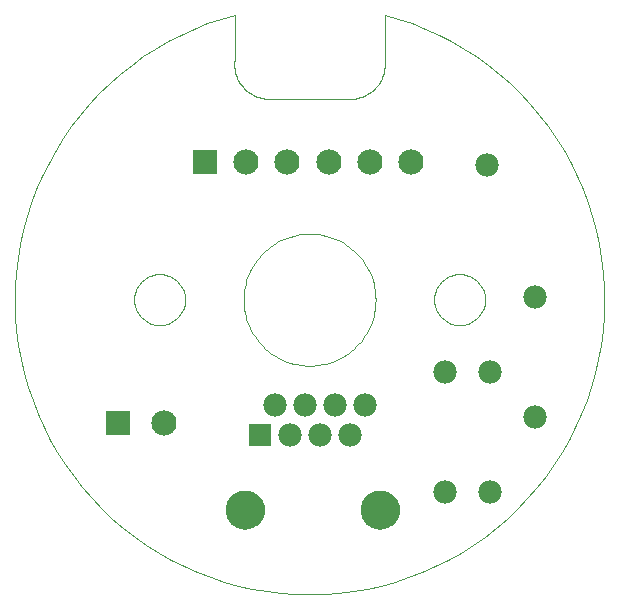
<source format=gts>
G75*
G70*
%OFA0B0*%
%FSLAX24Y24*%
%IPPOS*%
%LPD*%
%AMOC8*
5,1,8,0,0,1.08239X$1,22.5*
%
%ADD10C,0.0010*%
%ADD11C,0.0780*%
%ADD12R,0.0780X0.0780*%
%ADD13C,0.0000*%
%ADD14C,0.1300*%
%ADD15R,0.0840X0.0840*%
%ADD16C,0.0840*%
D10*
X004130Y011392D02*
X004132Y011450D01*
X004138Y011508D01*
X004148Y011565D01*
X004162Y011621D01*
X004179Y011677D01*
X004200Y011731D01*
X004225Y011783D01*
X004254Y011834D01*
X004286Y011882D01*
X004321Y011928D01*
X004359Y011972D01*
X004400Y012013D01*
X004444Y012051D01*
X004490Y012086D01*
X004538Y012118D01*
X004589Y012147D01*
X004641Y012172D01*
X004695Y012193D01*
X004751Y012210D01*
X004807Y012224D01*
X004864Y012234D01*
X004922Y012240D01*
X004980Y012242D01*
X005038Y012240D01*
X005096Y012234D01*
X005153Y012224D01*
X005209Y012210D01*
X005265Y012193D01*
X005319Y012172D01*
X005371Y012147D01*
X005422Y012118D01*
X005470Y012086D01*
X005516Y012051D01*
X005560Y012013D01*
X005601Y011972D01*
X005639Y011928D01*
X005674Y011882D01*
X005706Y011834D01*
X005735Y011783D01*
X005760Y011731D01*
X005781Y011677D01*
X005798Y011621D01*
X005812Y011565D01*
X005822Y011508D01*
X005828Y011450D01*
X005830Y011392D01*
X005828Y011334D01*
X005822Y011276D01*
X005812Y011219D01*
X005798Y011163D01*
X005781Y011107D01*
X005760Y011053D01*
X005735Y011001D01*
X005706Y010950D01*
X005674Y010902D01*
X005639Y010856D01*
X005601Y010812D01*
X005560Y010771D01*
X005516Y010733D01*
X005470Y010698D01*
X005422Y010666D01*
X005371Y010637D01*
X005319Y010612D01*
X005265Y010591D01*
X005209Y010574D01*
X005153Y010560D01*
X005096Y010550D01*
X005038Y010544D01*
X004980Y010542D01*
X004922Y010544D01*
X004864Y010550D01*
X004807Y010560D01*
X004751Y010574D01*
X004695Y010591D01*
X004641Y010612D01*
X004589Y010637D01*
X004538Y010666D01*
X004490Y010698D01*
X004444Y010733D01*
X004400Y010771D01*
X004359Y010812D01*
X004321Y010856D01*
X004286Y010902D01*
X004254Y010950D01*
X004225Y011001D01*
X004200Y011053D01*
X004179Y011107D01*
X004162Y011163D01*
X004148Y011219D01*
X004138Y011276D01*
X004132Y011334D01*
X004130Y011392D01*
X007780Y011392D02*
X007783Y011500D01*
X007791Y011608D01*
X007804Y011715D01*
X007822Y011821D01*
X007846Y011927D01*
X007875Y012031D01*
X007909Y012133D01*
X007947Y012234D01*
X007991Y012333D01*
X008040Y012429D01*
X008093Y012523D01*
X008151Y012614D01*
X008213Y012703D01*
X008279Y012788D01*
X008350Y012869D01*
X008424Y012948D01*
X008503Y013022D01*
X008584Y013093D01*
X008669Y013159D01*
X008758Y013221D01*
X008849Y013279D01*
X008943Y013332D01*
X009039Y013381D01*
X009138Y013425D01*
X009239Y013463D01*
X009341Y013497D01*
X009445Y013526D01*
X009551Y013550D01*
X009657Y013568D01*
X009764Y013581D01*
X009872Y013589D01*
X009980Y013592D01*
X010088Y013589D01*
X010196Y013581D01*
X010303Y013568D01*
X010409Y013550D01*
X010515Y013526D01*
X010619Y013497D01*
X010721Y013463D01*
X010822Y013425D01*
X010921Y013381D01*
X011017Y013332D01*
X011111Y013279D01*
X011202Y013221D01*
X011291Y013159D01*
X011376Y013093D01*
X011457Y013022D01*
X011536Y012948D01*
X011610Y012869D01*
X011681Y012788D01*
X011747Y012703D01*
X011809Y012614D01*
X011867Y012523D01*
X011920Y012429D01*
X011969Y012333D01*
X012013Y012234D01*
X012051Y012133D01*
X012085Y012031D01*
X012114Y011927D01*
X012138Y011821D01*
X012156Y011715D01*
X012169Y011608D01*
X012177Y011500D01*
X012180Y011392D01*
X012177Y011284D01*
X012169Y011176D01*
X012156Y011069D01*
X012138Y010963D01*
X012114Y010857D01*
X012085Y010753D01*
X012051Y010651D01*
X012013Y010550D01*
X011969Y010451D01*
X011920Y010355D01*
X011867Y010261D01*
X011809Y010170D01*
X011747Y010081D01*
X011681Y009996D01*
X011610Y009915D01*
X011536Y009836D01*
X011457Y009762D01*
X011376Y009691D01*
X011291Y009625D01*
X011202Y009563D01*
X011111Y009505D01*
X011017Y009452D01*
X010921Y009403D01*
X010822Y009359D01*
X010721Y009321D01*
X010619Y009287D01*
X010515Y009258D01*
X010409Y009234D01*
X010303Y009216D01*
X010196Y009203D01*
X010088Y009195D01*
X009980Y009192D01*
X009872Y009195D01*
X009764Y009203D01*
X009657Y009216D01*
X009551Y009234D01*
X009445Y009258D01*
X009341Y009287D01*
X009239Y009321D01*
X009138Y009359D01*
X009039Y009403D01*
X008943Y009452D01*
X008849Y009505D01*
X008758Y009563D01*
X008669Y009625D01*
X008584Y009691D01*
X008503Y009762D01*
X008424Y009836D01*
X008350Y009915D01*
X008279Y009996D01*
X008213Y010081D01*
X008151Y010170D01*
X008093Y010261D01*
X008040Y010355D01*
X007991Y010451D01*
X007947Y010550D01*
X007909Y010651D01*
X007875Y010753D01*
X007846Y010857D01*
X007822Y010963D01*
X007804Y011069D01*
X007791Y011176D01*
X007783Y011284D01*
X007780Y011392D01*
X007480Y020892D02*
X007019Y020758D01*
X006565Y020602D01*
X006119Y020424D01*
X005682Y020225D01*
X005256Y020004D01*
X004840Y019763D01*
X004437Y019502D01*
X004048Y019221D01*
X003672Y018922D01*
X003312Y018605D01*
X002967Y018270D01*
X002640Y017920D01*
X002329Y017553D01*
X002037Y017172D01*
X001764Y016777D01*
X001511Y016369D01*
X001278Y015949D01*
X001066Y015518D01*
X000875Y015078D01*
X000705Y014629D01*
X000558Y014171D01*
X000434Y013708D01*
X000332Y013238D01*
X000253Y012765D01*
X000198Y012288D01*
X000166Y011809D01*
X000157Y011329D01*
X000172Y010849D01*
X000210Y010370D01*
X000272Y009894D01*
X000357Y009421D01*
X000465Y008953D01*
X000595Y008491D01*
X000748Y008036D01*
X000923Y007589D01*
X001120Y007151D01*
X001337Y006723D01*
X001576Y006306D01*
X001835Y005902D01*
X002113Y005510D01*
X002409Y005133D01*
X002724Y004770D01*
X003057Y004424D01*
X003405Y004094D01*
X003770Y003781D01*
X004149Y003487D01*
X004542Y003211D01*
X004949Y002955D01*
X005367Y002720D01*
X005796Y002505D01*
X006236Y002311D01*
X006684Y002139D01*
X007140Y001989D01*
X007603Y001861D01*
X008071Y001756D01*
X008545Y001674D01*
X009021Y001616D01*
X009500Y001581D01*
X009980Y001569D01*
X010460Y001581D01*
X010939Y001616D01*
X011415Y001674D01*
X011889Y001756D01*
X012357Y001861D01*
X012820Y001989D01*
X013276Y002139D01*
X013724Y002311D01*
X014164Y002505D01*
X014593Y002720D01*
X015011Y002955D01*
X015418Y003211D01*
X015811Y003487D01*
X016190Y003781D01*
X016555Y004094D01*
X016903Y004424D01*
X017236Y004770D01*
X017551Y005133D01*
X017847Y005510D01*
X018125Y005902D01*
X018384Y006306D01*
X018623Y006723D01*
X018840Y007151D01*
X019037Y007589D01*
X019212Y008036D01*
X019365Y008491D01*
X019495Y008953D01*
X019603Y009421D01*
X019688Y009894D01*
X019750Y010370D01*
X019788Y010849D01*
X019803Y011329D01*
X019794Y011809D01*
X019762Y012288D01*
X019707Y012765D01*
X019628Y013238D01*
X019526Y013708D01*
X019402Y014171D01*
X019255Y014629D01*
X019085Y015078D01*
X018894Y015518D01*
X018682Y015949D01*
X018449Y016369D01*
X018196Y016777D01*
X017923Y017172D01*
X017631Y017553D01*
X017320Y017920D01*
X016993Y018270D01*
X016648Y018605D01*
X016288Y018922D01*
X015912Y019221D01*
X015523Y019502D01*
X015120Y019763D01*
X014704Y020004D01*
X014278Y020225D01*
X013841Y020424D01*
X013395Y020602D01*
X012941Y020758D01*
X012480Y020892D01*
X012480Y019392D01*
X012487Y019327D01*
X012490Y019262D01*
X012489Y019197D01*
X012485Y019132D01*
X012477Y019068D01*
X012465Y019004D01*
X012450Y018940D01*
X012431Y018878D01*
X012409Y018817D01*
X012384Y018757D01*
X012355Y018699D01*
X012323Y018642D01*
X012288Y018587D01*
X012249Y018535D01*
X012208Y018484D01*
X012164Y018436D01*
X012118Y018391D01*
X012069Y018348D01*
X012018Y018308D01*
X011964Y018271D01*
X011909Y018237D01*
X011852Y018206D01*
X011793Y018178D01*
X011732Y018154D01*
X011671Y018133D01*
X011608Y018116D01*
X011544Y018102D01*
X011480Y018092D01*
X008480Y018092D01*
X008416Y018102D01*
X008352Y018116D01*
X008289Y018133D01*
X008228Y018154D01*
X008167Y018178D01*
X008108Y018206D01*
X008051Y018237D01*
X007996Y018271D01*
X007942Y018308D01*
X007891Y018348D01*
X007842Y018391D01*
X007796Y018436D01*
X007752Y018484D01*
X007711Y018535D01*
X007672Y018587D01*
X007637Y018642D01*
X007605Y018699D01*
X007576Y018757D01*
X007551Y018817D01*
X007529Y018878D01*
X007510Y018940D01*
X007495Y019004D01*
X007483Y019068D01*
X007475Y019132D01*
X007471Y019197D01*
X007470Y019262D01*
X007473Y019327D01*
X007480Y019392D01*
X007480Y020892D01*
X014130Y011392D02*
X014132Y011450D01*
X014138Y011508D01*
X014148Y011565D01*
X014162Y011621D01*
X014179Y011677D01*
X014200Y011731D01*
X014225Y011783D01*
X014254Y011834D01*
X014286Y011882D01*
X014321Y011928D01*
X014359Y011972D01*
X014400Y012013D01*
X014444Y012051D01*
X014490Y012086D01*
X014538Y012118D01*
X014589Y012147D01*
X014641Y012172D01*
X014695Y012193D01*
X014751Y012210D01*
X014807Y012224D01*
X014864Y012234D01*
X014922Y012240D01*
X014980Y012242D01*
X015038Y012240D01*
X015096Y012234D01*
X015153Y012224D01*
X015209Y012210D01*
X015265Y012193D01*
X015319Y012172D01*
X015371Y012147D01*
X015422Y012118D01*
X015470Y012086D01*
X015516Y012051D01*
X015560Y012013D01*
X015601Y011972D01*
X015639Y011928D01*
X015674Y011882D01*
X015706Y011834D01*
X015735Y011783D01*
X015760Y011731D01*
X015781Y011677D01*
X015798Y011621D01*
X015812Y011565D01*
X015822Y011508D01*
X015828Y011450D01*
X015830Y011392D01*
X015828Y011334D01*
X015822Y011276D01*
X015812Y011219D01*
X015798Y011163D01*
X015781Y011107D01*
X015760Y011053D01*
X015735Y011001D01*
X015706Y010950D01*
X015674Y010902D01*
X015639Y010856D01*
X015601Y010812D01*
X015560Y010771D01*
X015516Y010733D01*
X015470Y010698D01*
X015422Y010666D01*
X015371Y010637D01*
X015319Y010612D01*
X015265Y010591D01*
X015209Y010574D01*
X015153Y010560D01*
X015096Y010550D01*
X015038Y010544D01*
X014980Y010542D01*
X014922Y010544D01*
X014864Y010550D01*
X014807Y010560D01*
X014751Y010574D01*
X014695Y010591D01*
X014641Y010612D01*
X014589Y010637D01*
X014538Y010666D01*
X014490Y010698D01*
X014444Y010733D01*
X014400Y010771D01*
X014359Y010812D01*
X014321Y010856D01*
X014286Y010902D01*
X014254Y010950D01*
X014225Y011001D01*
X014200Y011053D01*
X014179Y011107D01*
X014162Y011163D01*
X014148Y011219D01*
X014138Y011276D01*
X014132Y011334D01*
X014130Y011392D01*
D11*
X014480Y008992D03*
X015980Y008992D03*
X017480Y007492D03*
X015980Y004992D03*
X014480Y004992D03*
X011830Y007892D03*
X010830Y007892D03*
X009830Y007892D03*
X008830Y007892D03*
X009330Y006892D03*
X010330Y006892D03*
X011330Y006892D03*
X017480Y011492D03*
X015880Y015892D03*
D12*
X008330Y006892D03*
D13*
X007200Y004392D02*
X007202Y004442D01*
X007208Y004492D01*
X007218Y004541D01*
X007232Y004589D01*
X007249Y004636D01*
X007270Y004681D01*
X007295Y004725D01*
X007323Y004766D01*
X007355Y004805D01*
X007389Y004842D01*
X007426Y004876D01*
X007466Y004906D01*
X007508Y004933D01*
X007552Y004957D01*
X007598Y004978D01*
X007645Y004994D01*
X007693Y005007D01*
X007743Y005016D01*
X007792Y005021D01*
X007843Y005022D01*
X007893Y005019D01*
X007942Y005012D01*
X007991Y005001D01*
X008039Y004986D01*
X008085Y004968D01*
X008130Y004946D01*
X008173Y004920D01*
X008214Y004891D01*
X008253Y004859D01*
X008289Y004824D01*
X008321Y004786D01*
X008351Y004746D01*
X008378Y004703D01*
X008401Y004659D01*
X008420Y004613D01*
X008436Y004565D01*
X008448Y004516D01*
X008456Y004467D01*
X008460Y004417D01*
X008460Y004367D01*
X008456Y004317D01*
X008448Y004268D01*
X008436Y004219D01*
X008420Y004171D01*
X008401Y004125D01*
X008378Y004081D01*
X008351Y004038D01*
X008321Y003998D01*
X008289Y003960D01*
X008253Y003925D01*
X008214Y003893D01*
X008173Y003864D01*
X008130Y003838D01*
X008085Y003816D01*
X008039Y003798D01*
X007991Y003783D01*
X007942Y003772D01*
X007893Y003765D01*
X007843Y003762D01*
X007792Y003763D01*
X007743Y003768D01*
X007693Y003777D01*
X007645Y003790D01*
X007598Y003806D01*
X007552Y003827D01*
X007508Y003851D01*
X007466Y003878D01*
X007426Y003908D01*
X007389Y003942D01*
X007355Y003979D01*
X007323Y004018D01*
X007295Y004059D01*
X007270Y004103D01*
X007249Y004148D01*
X007232Y004195D01*
X007218Y004243D01*
X007208Y004292D01*
X007202Y004342D01*
X007200Y004392D01*
X011700Y004392D02*
X011702Y004442D01*
X011708Y004492D01*
X011718Y004541D01*
X011732Y004589D01*
X011749Y004636D01*
X011770Y004681D01*
X011795Y004725D01*
X011823Y004766D01*
X011855Y004805D01*
X011889Y004842D01*
X011926Y004876D01*
X011966Y004906D01*
X012008Y004933D01*
X012052Y004957D01*
X012098Y004978D01*
X012145Y004994D01*
X012193Y005007D01*
X012243Y005016D01*
X012292Y005021D01*
X012343Y005022D01*
X012393Y005019D01*
X012442Y005012D01*
X012491Y005001D01*
X012539Y004986D01*
X012585Y004968D01*
X012630Y004946D01*
X012673Y004920D01*
X012714Y004891D01*
X012753Y004859D01*
X012789Y004824D01*
X012821Y004786D01*
X012851Y004746D01*
X012878Y004703D01*
X012901Y004659D01*
X012920Y004613D01*
X012936Y004565D01*
X012948Y004516D01*
X012956Y004467D01*
X012960Y004417D01*
X012960Y004367D01*
X012956Y004317D01*
X012948Y004268D01*
X012936Y004219D01*
X012920Y004171D01*
X012901Y004125D01*
X012878Y004081D01*
X012851Y004038D01*
X012821Y003998D01*
X012789Y003960D01*
X012753Y003925D01*
X012714Y003893D01*
X012673Y003864D01*
X012630Y003838D01*
X012585Y003816D01*
X012539Y003798D01*
X012491Y003783D01*
X012442Y003772D01*
X012393Y003765D01*
X012343Y003762D01*
X012292Y003763D01*
X012243Y003768D01*
X012193Y003777D01*
X012145Y003790D01*
X012098Y003806D01*
X012052Y003827D01*
X012008Y003851D01*
X011966Y003878D01*
X011926Y003908D01*
X011889Y003942D01*
X011855Y003979D01*
X011823Y004018D01*
X011795Y004059D01*
X011770Y004103D01*
X011749Y004148D01*
X011732Y004195D01*
X011718Y004243D01*
X011708Y004292D01*
X011702Y004342D01*
X011700Y004392D01*
D14*
X012330Y004392D03*
X007830Y004392D03*
D15*
X003610Y007292D03*
X006480Y015992D03*
D16*
X007858Y015992D03*
X009236Y015992D03*
X010614Y015992D03*
X011992Y015992D03*
X013370Y015992D03*
X005128Y007292D03*
M02*

</source>
